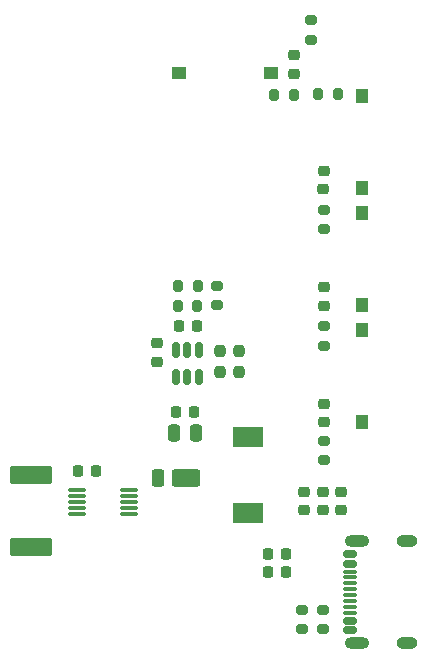
<source format=gbr>
%TF.GenerationSoftware,KiCad,Pcbnew,9.0.4*%
%TF.CreationDate,2025-12-12T14:24:18+03:00*%
%TF.ProjectId,mini_power_logger,6d696e69-5f70-46f7-9765-725f6c6f6767,rev?*%
%TF.SameCoordinates,Original*%
%TF.FileFunction,Paste,Top*%
%TF.FilePolarity,Positive*%
%FSLAX46Y46*%
G04 Gerber Fmt 4.6, Leading zero omitted, Abs format (unit mm)*
G04 Created by KiCad (PCBNEW 9.0.4) date 2025-12-12 14:24:18*
%MOMM*%
%LPD*%
G01*
G04 APERTURE LIST*
G04 Aperture macros list*
%AMRoundRect*
0 Rectangle with rounded corners*
0 $1 Rounding radius*
0 $2 $3 $4 $5 $6 $7 $8 $9 X,Y pos of 4 corners*
0 Add a 4 corners polygon primitive as box body*
4,1,4,$2,$3,$4,$5,$6,$7,$8,$9,$2,$3,0*
0 Add four circle primitives for the rounded corners*
1,1,$1+$1,$2,$3*
1,1,$1+$1,$4,$5*
1,1,$1+$1,$6,$7*
1,1,$1+$1,$8,$9*
0 Add four rect primitives between the rounded corners*
20,1,$1+$1,$2,$3,$4,$5,0*
20,1,$1+$1,$4,$5,$6,$7,0*
20,1,$1+$1,$6,$7,$8,$9,0*
20,1,$1+$1,$8,$9,$2,$3,0*%
G04 Aperture macros list end*
%ADD10RoundRect,0.150000X0.150000X-0.512500X0.150000X0.512500X-0.150000X0.512500X-0.150000X-0.512500X0*%
%ADD11R,1.000000X1.250000*%
%ADD12RoundRect,0.225000X0.250000X-0.225000X0.250000X0.225000X-0.250000X0.225000X-0.250000X-0.225000X0*%
%ADD13RoundRect,0.200000X-0.275000X0.200000X-0.275000X-0.200000X0.275000X-0.200000X0.275000X0.200000X0*%
%ADD14RoundRect,0.200000X-0.200000X-0.275000X0.200000X-0.275000X0.200000X0.275000X-0.200000X0.275000X0*%
%ADD15RoundRect,0.237500X0.237500X-0.250000X0.237500X0.250000X-0.237500X0.250000X-0.237500X-0.250000X0*%
%ADD16RoundRect,0.225000X-0.250000X0.225000X-0.250000X-0.225000X0.250000X-0.225000X0.250000X0.225000X0*%
%ADD17RoundRect,0.200000X0.275000X-0.200000X0.275000X0.200000X-0.275000X0.200000X-0.275000X-0.200000X0*%
%ADD18RoundRect,0.225000X0.225000X0.250000X-0.225000X0.250000X-0.225000X-0.250000X0.225000X-0.250000X0*%
%ADD19RoundRect,0.237500X-0.237500X0.250000X-0.237500X-0.250000X0.237500X-0.250000X0.237500X0.250000X0*%
%ADD20RoundRect,0.075000X0.650000X0.075000X-0.650000X0.075000X-0.650000X-0.075000X0.650000X-0.075000X0*%
%ADD21RoundRect,0.250000X-0.950000X-0.500000X0.950000X-0.500000X0.950000X0.500000X-0.950000X0.500000X0*%
%ADD22RoundRect,0.250000X-0.275000X-0.500000X0.275000X-0.500000X0.275000X0.500000X-0.275000X0.500000X0*%
%ADD23R,2.500000X1.700000*%
%ADD24R,2.600000X1.700000*%
%ADD25RoundRect,0.276785X1.523215X-0.498215X1.523215X0.498215X-1.523215X0.498215X-1.523215X-0.498215X0*%
%ADD26RoundRect,0.150000X0.425000X-0.150000X0.425000X0.150000X-0.425000X0.150000X-0.425000X-0.150000X0*%
%ADD27RoundRect,0.075000X0.500000X-0.075000X0.500000X0.075000X-0.500000X0.075000X-0.500000X-0.075000X0*%
%ADD28O,2.100000X1.000000*%
%ADD29O,1.800000X1.000000*%
%ADD30RoundRect,0.250000X0.250000X0.475000X-0.250000X0.475000X-0.250000X-0.475000X0.250000X-0.475000X0*%
%ADD31RoundRect,0.200000X0.200000X0.275000X-0.200000X0.275000X-0.200000X-0.275000X0.200000X-0.275000X0*%
%ADD32R,1.250000X1.000000*%
G04 APERTURE END LIST*
D10*
%TO.C,U5*%
X176250000Y-84137500D03*
X177200000Y-84137500D03*
X178150000Y-84137500D03*
X178150000Y-81862500D03*
X177200000Y-81862500D03*
X176250000Y-81862500D03*
%TD*%
D11*
%TO.C,SW2*%
X192000000Y-60425000D03*
X192000000Y-68175000D03*
%TD*%
D12*
%TO.C,C14*%
X188800000Y-78150000D03*
X188800000Y-76600000D03*
%TD*%
D13*
%TO.C,R20*%
X188700000Y-103875000D03*
X188700000Y-105525000D03*
%TD*%
D14*
%TO.C,R2*%
X184575000Y-60300000D03*
X186225000Y-60300000D03*
%TD*%
D15*
%TO.C,R15*%
X180000000Y-83762500D03*
X180000000Y-81937500D03*
%TD*%
D12*
%TO.C,C8*%
X186200000Y-58500000D03*
X186200000Y-56950000D03*
%TD*%
D16*
%TO.C,C25*%
X187100000Y-93925000D03*
X187100000Y-95475000D03*
%TD*%
D17*
%TO.C,R5*%
X188800000Y-91225000D03*
X188800000Y-89575000D03*
%TD*%
D18*
%TO.C,C26*%
X178050000Y-79862500D03*
X176500000Y-79862500D03*
%TD*%
D14*
%TO.C,R18*%
X176400000Y-78162500D03*
X178050000Y-78162500D03*
%TD*%
D13*
%TO.C,R21*%
X186900000Y-103875000D03*
X186900000Y-105525000D03*
%TD*%
D18*
%TO.C,C16*%
X169475000Y-92100000D03*
X167925000Y-92100000D03*
%TD*%
D19*
%TO.C,R16*%
X181600000Y-81950000D03*
X181600000Y-83775000D03*
%TD*%
D12*
%TO.C,C15*%
X188800000Y-87975000D03*
X188800000Y-86425000D03*
%TD*%
%TO.C,C2*%
X190250000Y-95475000D03*
X190250000Y-93925000D03*
%TD*%
D18*
%TO.C,C22*%
X177775000Y-87100000D03*
X176225000Y-87100000D03*
%TD*%
D20*
%TO.C,U2*%
X172250000Y-95750000D03*
X172250000Y-95250000D03*
X172250000Y-94750000D03*
X172250000Y-94250000D03*
X172250000Y-93750000D03*
X167850000Y-93750000D03*
X167850000Y-94250000D03*
X167850000Y-94750000D03*
X167850000Y-95250000D03*
X167850000Y-95750000D03*
%TD*%
D21*
%TO.C,D2*%
X177050000Y-92700000D03*
D22*
X174675000Y-92700000D03*
%TD*%
D23*
%TO.C,L1*%
X182300000Y-89275000D03*
D24*
X182300000Y-95700000D03*
%TD*%
D16*
%TO.C,C24*%
X188700000Y-93925000D03*
X188700000Y-95475000D03*
%TD*%
D25*
%TO.C,R6*%
X164000000Y-98550000D03*
X164000000Y-92450000D03*
%TD*%
D26*
%TO.C,J8*%
X191010000Y-105600000D03*
X191010000Y-104800000D03*
D27*
X191010000Y-103650000D03*
X191010000Y-102650000D03*
X191010000Y-102150000D03*
X191010000Y-101150000D03*
D26*
X191010000Y-100000000D03*
X191010000Y-99200000D03*
X191010000Y-99200000D03*
X191010000Y-100000000D03*
D27*
X191010000Y-100650000D03*
X191010000Y-101650000D03*
X191010000Y-103150000D03*
X191010000Y-104150000D03*
D26*
X191010000Y-104800000D03*
X191010000Y-105600000D03*
D28*
X191585000Y-106720000D03*
D29*
X195765000Y-106720000D03*
D28*
X191585000Y-98080000D03*
D29*
X195765000Y-98080000D03*
%TD*%
D18*
%TO.C,C28*%
X185575000Y-100700000D03*
X184025000Y-100700000D03*
%TD*%
D13*
%TO.C,R8*%
X187700000Y-53975000D03*
X187700000Y-55625000D03*
%TD*%
D30*
%TO.C,C21*%
X177950000Y-88900000D03*
X176050000Y-88900000D03*
%TD*%
D17*
%TO.C,R19*%
X179675000Y-78112500D03*
X179675000Y-76462500D03*
%TD*%
D11*
%TO.C,SW4*%
X192000000Y-80225000D03*
X192000000Y-87975000D03*
%TD*%
D12*
%TO.C,C13*%
X188720000Y-68275000D03*
X188800000Y-66725000D03*
%TD*%
D18*
%TO.C,C27*%
X185575000Y-99200000D03*
X184025000Y-99200000D03*
%TD*%
D31*
%TO.C,R17*%
X178100000Y-76462500D03*
X176450000Y-76462500D03*
%TD*%
D17*
%TO.C,R3*%
X188800000Y-71650000D03*
X188800000Y-70000000D03*
%TD*%
D32*
%TO.C,SW1*%
X176500000Y-58400000D03*
X184250000Y-58400000D03*
%TD*%
D31*
%TO.C,R7*%
X189925000Y-60200000D03*
X188275000Y-60200000D03*
%TD*%
D16*
%TO.C,C23*%
X174600000Y-81325000D03*
X174600000Y-82875000D03*
%TD*%
D11*
%TO.C,SW3*%
X192000000Y-70325000D03*
X192000000Y-78075000D03*
%TD*%
D17*
%TO.C,R4*%
X188800000Y-81525000D03*
X188800000Y-79875000D03*
%TD*%
M02*

</source>
